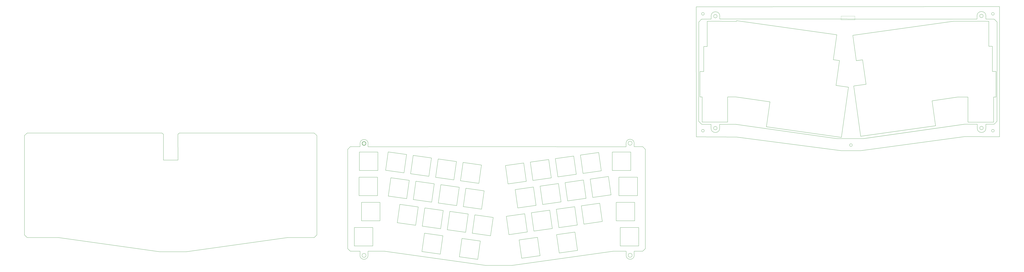
<source format=gbr>
G04 #@! TF.GenerationSoftware,KiCad,Pcbnew,7.0.1-0*
G04 #@! TF.CreationDate,2023-08-24T16:50:41+09:00*
G04 #@! TF.ProjectId,PCB_QAL,5043425f-5141-44c2-9e6b-696361645f70,rev?*
G04 #@! TF.SameCoordinates,Original*
G04 #@! TF.FileFunction,Profile,NP*
%FSLAX46Y46*%
G04 Gerber Fmt 4.6, Leading zero omitted, Abs format (unit mm)*
G04 Created by KiCad (PCBNEW 7.0.1-0) date 2023-08-24 16:50:41*
%MOMM*%
%LPD*%
G01*
G04 APERTURE LIST*
G04 #@! TA.AperFunction,Profile*
%ADD10C,0.150000*%
G04 #@! TD*
G04 #@! TA.AperFunction,Profile*
%ADD11C,0.100000*%
G04 #@! TD*
G04 APERTURE END LIST*
D10*
X374120000Y108790000D02*
X452660000Y119480000D01*
X254060000Y208460000D02*
X251870000Y206300000D01*
X468700000Y128890000D02*
X474980000Y128910000D01*
X376250000Y117990000D02*
X452770000Y128900000D01*
D11*
X359370000Y210740000D02*
X369760000Y210740000D01*
X369760000Y207910000D01*
X359370000Y207910000D01*
X359370000Y210740000D01*
D10*
X479040000Y217980000D02*
X250000000Y217820000D01*
X468730000Y208450000D02*
X468750000Y210880000D01*
X462050005Y210891673D02*
X462040000Y208510000D01*
X251870000Y206300000D02*
X251840000Y131110000D01*
X254090000Y128830000D02*
X261170000Y128830000D01*
X250000000Y217820000D02*
X250020000Y119290000D01*
X251840000Y131110000D02*
X254090000Y128830000D01*
X359600000Y108790000D02*
X374120000Y108790000D01*
X267740000Y210813734D02*
G75*
G03*
X261210000Y210813734I-3265000J0D01*
G01*
X256010000Y123970000D02*
G75*
G03*
X256010000Y123970000I-1000000J0D01*
G01*
X267650000Y128850000D02*
X279780000Y128840000D01*
X462220000Y128900000D02*
X462230000Y125870000D01*
X267740000Y208550000D02*
X267740000Y210813734D01*
X475030000Y212480000D02*
G75*
G03*
X475030000Y212480000I-1000000J0D01*
G01*
X256010000Y212480000D02*
G75*
G03*
X256010000Y212480000I-1000000J0D01*
G01*
X468700000Y125850000D02*
X468700000Y128890000D01*
X477130000Y131080000D02*
X477200000Y206290000D01*
X466720000Y126020000D02*
G75*
G03*
X466720000Y126020000I-1300000J0D01*
G01*
X468749997Y210880000D02*
G75*
G03*
X462050006Y210891673I-3349997J5000D01*
G01*
X250020000Y119290000D02*
X280440000Y119200000D01*
X267650000Y125850000D02*
X267650000Y128850000D01*
X477200000Y206290000D02*
X475020000Y208450000D01*
X356190000Y118000000D02*
X376250000Y117990000D01*
X261170000Y128830000D02*
X261170000Y125850000D01*
X462040000Y208510000D02*
X267740000Y208550000D01*
X261210000Y210813734D02*
X261210000Y208470000D01*
X462230000Y125870000D02*
G75*
G03*
X468700000Y125850000I3235000J-10000D01*
G01*
X265720000Y210700000D02*
G75*
G03*
X265720000Y210700000I-1300000J0D01*
G01*
X261210000Y208470000D02*
X254060000Y208460000D01*
X452770000Y128900000D02*
X462220000Y128900000D01*
X479030000Y119450000D02*
X479040000Y217980000D01*
X279780000Y128840000D02*
X356190000Y118000000D01*
X466680000Y210900000D02*
G75*
G03*
X466680000Y210900000I-1300000J0D01*
G01*
X280440000Y119200000D02*
X359600000Y108790000D01*
X367820000Y113090000D02*
G75*
G03*
X367820000Y113090000I-1000000J0D01*
G01*
X265700000Y125950000D02*
G75*
G03*
X265700000Y125950000I-1300000J0D01*
G01*
X475030000Y123970000D02*
G75*
G03*
X475030000Y123970000I-1000000J0D01*
G01*
X261170000Y125850000D02*
G75*
G03*
X267650000Y125850000I3240000J0D01*
G01*
X474980000Y128910000D02*
X477130000Y131080000D01*
X452660000Y119480000D02*
X479030000Y119450000D01*
X475020000Y208450000D02*
X468730000Y208450000D01*
X554326Y114306266D02*
G75*
G03*
X554326Y114306266I-1507801J0D01*
G01*
X191566525Y88796266D02*
X205556525Y88796266D01*
X205556525Y74806266D01*
X191566525Y74806266D01*
X191566525Y88796266D01*
X192516525Y50686266D02*
X206506525Y50686266D01*
X206506525Y36696266D01*
X192516525Y36696266D01*
X192516525Y50686266D01*
X17296525Y107886266D02*
X31156525Y105936266D01*
X29206525Y92066266D02*
X15346525Y94016266D01*
X15346525Y94016266D02*
X17296525Y107886266D01*
X31156525Y105936266D02*
X29206525Y92066266D01*
X17406525Y74486266D02*
X19356525Y88356266D01*
X31266525Y72536266D02*
X17406525Y74486266D01*
X19356525Y88356266D02*
X33216525Y86406266D01*
X33216525Y86406266D02*
X31266525Y72536266D01*
X-2833475Y69726266D02*
X11156525Y69726266D01*
X11156525Y55736266D01*
X-2833475Y55736266D01*
X-2833475Y69726266D01*
X186516525Y107846266D02*
X200506525Y107846266D01*
X200506525Y93856266D01*
X186516525Y93856266D01*
X186516525Y107846266D01*
X346525Y114306266D02*
G75*
G03*
X346525Y114306266I-1300000J0D01*
G01*
X534326Y29556266D02*
G75*
G03*
X534326Y29556266I-1507801J0D01*
G01*
X-4463475Y107846266D02*
X9526525Y107846266D01*
X9526525Y93856266D01*
X-4463475Y93856266D01*
X-4463475Y107846266D01*
X201514326Y114506266D02*
G75*
G03*
X201514326Y114506266I-1507801J0D01*
G01*
X166746525Y72736266D02*
X152886525Y70786266D01*
X150936525Y84656266D02*
X164796525Y86606266D01*
X164796525Y86606266D02*
X166746525Y72736266D01*
X152886525Y70786266D02*
X150936525Y84656266D01*
X106556525Y59156266D02*
X120416525Y61106266D01*
X108506525Y45286266D02*
X106556525Y59156266D01*
X122366525Y47236266D02*
X108506525Y45286266D01*
X120416525Y61106266D02*
X122366525Y47236266D01*
X201554326Y29626266D02*
G75*
G03*
X201554326Y29626266I-1507801J0D01*
G01*
X70946525Y81106266D02*
X68996525Y67236266D01*
X55136525Y69186266D02*
X57086525Y83056266D01*
X57086525Y83056266D02*
X70946525Y81106266D01*
X68996525Y67236266D02*
X55136525Y69186266D01*
X58581525Y44401266D02*
X56631525Y30531266D01*
X56631525Y30531266D02*
X42771525Y32481266D01*
X42771525Y32481266D02*
X44721525Y46351266D01*
X44721525Y46351266D02*
X58581525Y44401266D01*
X92632755Y111849998D02*
X196999924Y111833687D01*
X110895792Y21947163D02*
X90895809Y21947167D01*
X2090000Y111800000D02*
X92632755Y111849998D01*
X-13284494Y34699998D02*
X-13284495Y109849982D01*
X-13284495Y109849982D02*
X-11284506Y111850001D01*
X187406233Y32699990D02*
X110895792Y21947163D01*
X2092001Y114310000D02*
X2090000Y111800000D01*
X90895809Y21947167D02*
X14385394Y32699994D01*
X197000000Y114610000D02*
X196999924Y111833687D01*
X209550000Y32700000D02*
X203080000Y32700000D01*
X2092000Y114310000D02*
G75*
G03*
X-3949999Y114420000I-3022001J0D01*
G01*
X197040703Y32700000D02*
X187406233Y32699990D01*
X-3950000Y111850000D02*
X-11284506Y111850001D01*
X211549997Y109850001D02*
X209549996Y111849998D01*
X203042002Y114500000D02*
G75*
G03*
X197000001Y114610000I-3022002J0D01*
G01*
X203040000Y111848965D02*
X203042001Y114500000D01*
X-3950000Y114420000D02*
X-3950000Y111850000D01*
X211549997Y109850001D02*
X211550001Y34700011D01*
X203080000Y32700000D02*
X203080000Y29490000D01*
X-3980000Y32690000D02*
X-11284500Y32700011D01*
X209550000Y32700000D02*
X211550000Y34700009D01*
X197037999Y29600000D02*
X197040703Y32700000D01*
X-3982001Y29580000D02*
X-3980000Y32690000D01*
X-3982000Y29580000D02*
G75*
G03*
X2059999Y29470000I3022001J0D01*
G01*
X-11284500Y32700011D02*
X-13284494Y34699998D01*
X197037998Y29600000D02*
G75*
G03*
X203079999Y29490000I3022002J0D01*
G01*
X14385394Y32699994D02*
X2060000Y32710000D01*
X2060000Y29470000D02*
X2060000Y32710000D01*
X209549996Y111849998D02*
X203040000Y111848965D01*
X87746525Y97986266D02*
X85796525Y84116266D01*
X71936525Y86066266D02*
X73886525Y99936266D01*
X73886525Y99936266D02*
X87746525Y97986266D01*
X85796525Y84116266D02*
X71936525Y86066266D01*
X159376525Y90936266D02*
X145516525Y88986266D01*
X143566525Y102856266D02*
X157426525Y104806266D01*
X157426525Y104806266D02*
X159376525Y90936266D01*
X145516525Y88986266D02*
X143566525Y102856266D01*
X-4743475Y88796266D02*
X9246525Y88796266D01*
X9246525Y74806266D01*
X-4743475Y74806266D01*
X-4743475Y88796266D01*
X127046525Y81286266D02*
X128996525Y67416266D01*
X115136525Y65466266D02*
X113186525Y79336266D01*
X128996525Y67416266D02*
X115136525Y65466266D01*
X113186525Y79336266D02*
X127046525Y81286266D01*
X66936525Y86766266D02*
X53076525Y88716266D01*
X53076525Y88716266D02*
X55026525Y102586266D01*
X55026525Y102586266D02*
X68886525Y100636266D01*
X68886525Y100636266D02*
X66936525Y86766266D01*
X36156525Y105236266D02*
X50016525Y103286266D01*
X48066525Y89416266D02*
X34206525Y91366266D01*
X50016525Y103286266D02*
X48066525Y89416266D01*
X34206525Y91366266D02*
X36156525Y105236266D01*
X-8273475Y50696266D02*
X5716525Y50696266D01*
X5716525Y36706266D01*
X-8273475Y36706266D01*
X-8273475Y50696266D01*
X144506525Y45216266D02*
X158366525Y47166266D01*
X146456525Y31346266D02*
X144506525Y45216266D01*
X160316525Y33296266D02*
X146456525Y31346266D01*
X158366525Y47166266D02*
X160316525Y33296266D01*
X73006525Y42346266D02*
X86866525Y40396266D01*
X71056525Y28476266D02*
X73006525Y42346266D01*
X86866525Y40396266D02*
X84916525Y26526266D01*
X84916525Y26526266D02*
X71056525Y28476266D01*
X38046525Y52346266D02*
X24186525Y54296266D01*
X26136525Y68166266D02*
X39996525Y66216266D01*
X39996525Y66216266D02*
X38046525Y52346266D01*
X24186525Y54296266D02*
X26136525Y68166266D01*
X82726525Y60216266D02*
X96586525Y58266266D01*
X96586525Y58266266D02*
X94636525Y44396266D01*
X94636525Y44396266D02*
X80776525Y46346266D01*
X80776525Y46346266D02*
X82726525Y60216266D01*
X58856525Y63566266D02*
X56906525Y49696266D01*
X44996525Y65516266D02*
X58856525Y63566266D01*
X43046525Y51646266D02*
X44996525Y65516266D01*
X56906525Y49696266D02*
X43046525Y51646266D01*
X124686525Y100186266D02*
X138546525Y102136266D01*
X138546525Y102136266D02*
X140496525Y88266266D01*
X126636525Y86316266D02*
X124686525Y100186266D01*
X140496525Y88266266D02*
X126636525Y86316266D01*
X119676525Y99486266D02*
X121626525Y85616266D01*
X105816525Y97536266D02*
X119676525Y99486266D01*
X121626525Y85616266D02*
X107766525Y83666266D01*
X107766525Y83666266D02*
X105816525Y97536266D01*
X189466525Y69746266D02*
X203456525Y69746266D01*
X203456525Y55756266D01*
X189466525Y55756266D01*
X189466525Y69746266D01*
X38216525Y85706266D02*
X52076525Y83756266D01*
X36266525Y71836266D02*
X38216525Y85706266D01*
X52076525Y83756266D02*
X50126525Y69886266D01*
X50126525Y69886266D02*
X36266525Y71836266D01*
X162466525Y105496266D02*
X176326525Y107446266D01*
X178276525Y93576266D02*
X164416525Y91626266D01*
X176326525Y107446266D02*
X178276525Y93576266D01*
X164416525Y91626266D02*
X162466525Y105496266D01*
X160116525Y52556266D02*
X146256525Y50606266D01*
X158166525Y66426266D02*
X160116525Y52556266D01*
X146256525Y50606266D02*
X144306525Y64476266D01*
X144306525Y64476266D02*
X158166525Y66426266D01*
X118126525Y27406266D02*
X116176525Y41276266D01*
X130036525Y43226266D02*
X131986525Y29356266D01*
X131986525Y29356266D02*
X118126525Y27406266D01*
X116176525Y41276266D02*
X130036525Y43226266D01*
X134006525Y68116266D02*
X132056525Y81986266D01*
X132056525Y81986266D02*
X145916525Y83936266D01*
X147866525Y70066266D02*
X134006525Y68116266D01*
X145916525Y83936266D02*
X147866525Y70066266D01*
X139286525Y63756266D02*
X141236525Y49886266D01*
X141236525Y49886266D02*
X127376525Y47936266D01*
X127376525Y47936266D02*
X125426525Y61806266D01*
X125426525Y61806266D02*
X139286525Y63756266D01*
X73996525Y66536266D02*
X75946525Y80406266D01*
X75946525Y80406266D02*
X89806525Y78456266D01*
X89806525Y78456266D02*
X87856525Y64586266D01*
X87856525Y64586266D02*
X73996525Y66536266D01*
X171786525Y73426266D02*
X169836525Y87296266D01*
X185646525Y75376266D02*
X171786525Y73426266D01*
X169836525Y87296266D02*
X183696525Y89246266D01*
X183696525Y89246266D02*
X185646525Y75376266D01*
X77726525Y60916266D02*
X75776525Y47046266D01*
X63866525Y62866266D02*
X77726525Y60916266D01*
X61916525Y48996266D02*
X63866525Y62866266D01*
X75776525Y47046266D02*
X61916525Y48996266D01*
X163206525Y67116266D02*
X177066525Y69066266D01*
X179016525Y55196266D02*
X165156525Y53246266D01*
X177066525Y69066266D02*
X179016525Y55196266D01*
X165156525Y53246266D02*
X163206525Y67116266D01*
X254480000Y130490000D02*
X273680000Y130500000D01*
X279850000Y149530000D02*
X305635000Y145800000D01*
X280340000Y206790000D02*
X280410000Y207290000D01*
X258280000Y206850000D02*
X258280000Y187770000D01*
X359600000Y118900000D02*
X364970000Y156960000D01*
X252780000Y168740000D02*
X252770000Y149540000D01*
X305635000Y145800000D02*
X302965000Y126980000D01*
X364970000Y156960000D02*
X355550000Y158260000D01*
X258280000Y206850000D02*
X280340000Y206790000D01*
X252770000Y149540000D02*
X254480000Y149540000D01*
X355550000Y158260000D02*
X358190000Y177080000D01*
X358190000Y177080000D02*
X353470000Y177780000D01*
X255640000Y168740000D02*
X252780000Y168740000D01*
X254480000Y149540000D02*
X254480000Y130490000D01*
X353470000Y177780000D02*
X356130000Y196640000D01*
X302965000Y126980000D02*
X359600000Y118900000D01*
X258280000Y187770000D02*
X255640000Y187770000D01*
X273680000Y149530000D02*
X279850000Y149530000D01*
X273680000Y130500000D02*
X273680000Y149530000D01*
X356130000Y196640000D02*
X280410000Y207290000D01*
X255640000Y187770000D02*
X255640000Y168740000D01*
X476340000Y168840000D02*
X476330000Y149460000D01*
X375590000Y177650000D02*
X370860000Y176990000D01*
X455160000Y149440000D02*
X447520000Y149440000D01*
X374130000Y119760000D02*
X368880000Y157870000D01*
X447520000Y149440000D02*
X428070000Y146550000D01*
X428070000Y146550000D02*
X430760000Y127680000D01*
X378200000Y159150000D02*
X375590000Y177650000D01*
X368270000Y196170000D02*
X444240000Y206900000D01*
X474540000Y130400000D02*
X455170000Y130400000D01*
X470930000Y206900000D02*
X470930000Y187870000D01*
X430760000Y127680000D02*
X374130000Y119760000D01*
X473620000Y187870000D02*
X473610000Y168840000D01*
X476330000Y149460000D02*
X474550000Y149460000D01*
X368880000Y157870000D02*
X378200000Y159150000D01*
X455170000Y130400000D02*
X455160000Y149440000D01*
X444240000Y206900000D02*
X470930000Y206900000D01*
X470930000Y187870000D02*
X473620000Y187870000D01*
X370860000Y176990000D02*
X368270000Y196170000D01*
X474550000Y149460000D02*
X474540000Y130400000D01*
X473610000Y168840000D02*
X476340000Y168840000D01*
X-255414500Y43070011D02*
X-257414494Y45069998D01*
X-141493475Y101726266D02*
X-152493475Y101716266D01*
X-135234208Y32317163D02*
X-155234191Y32317167D01*
X-36580003Y120220001D02*
X-38580004Y122219998D01*
X-257414495Y120219982D02*
X-255414506Y122220001D01*
X-257414494Y45069998D02*
X-257414495Y120219982D01*
X-152493475Y101716266D02*
X-152497255Y121219994D01*
X-231744606Y43069994D02*
X-255414500Y43070011D01*
X-140497256Y122219994D02*
X-38580004Y122219998D01*
X-155234191Y32317167D02*
X-231744606Y43069994D01*
X-140497256Y122219994D02*
X-141497249Y121219999D01*
X-255414506Y122220001D02*
X-153497245Y122219998D01*
X-38580000Y43070000D02*
X-58723767Y43069990D01*
X-141497249Y121219999D02*
X-141493475Y101726266D01*
X-36580003Y120220001D02*
X-36579999Y45070011D01*
X-153497245Y122219998D02*
X-152497255Y121219994D01*
X-38580000Y43070000D02*
X-36580000Y45070009D01*
X-58723767Y43069990D02*
X-135234208Y32317163D01*
M02*

</source>
